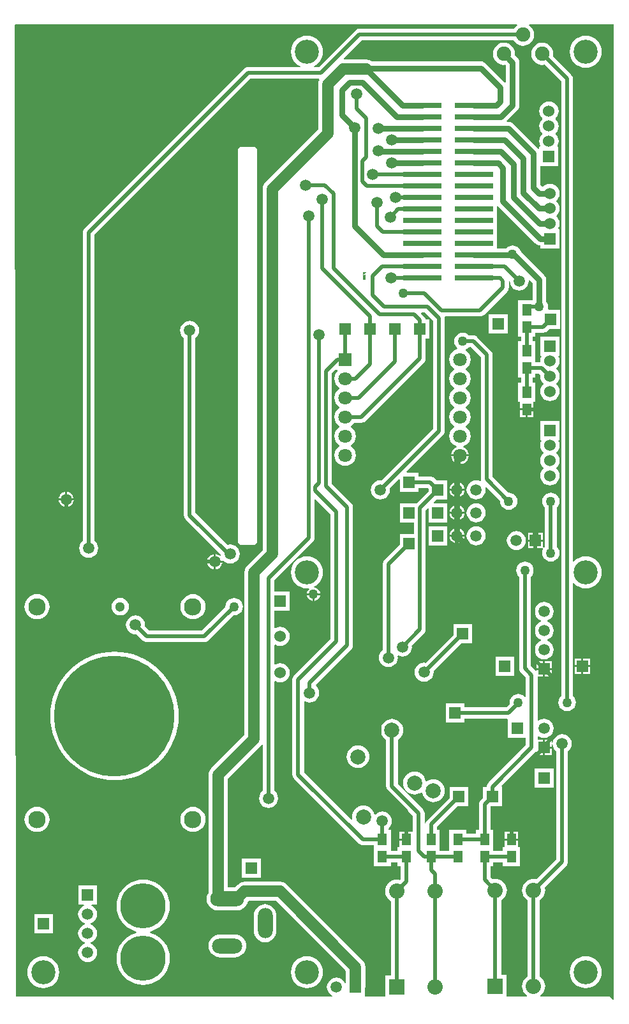
<source format=gtl>
%FSLAX25Y25*%
%MOIN*%
G70*
G01*
G75*
G04 Layer_Physical_Order=1*
G04 Layer_Color=255*
%ADD10R,0.05000X0.06000*%
%ADD11R,0.20000X0.03000*%
%ADD12C,0.06000*%
%ADD13C,0.02000*%
%ADD14C,0.03000*%
%ADD15C,0.06000*%
%ADD16C,0.07500*%
%ADD17R,0.05906X0.05906*%
%ADD18C,0.05906*%
%ADD19R,0.05906X0.05906*%
%ADD20C,0.08000*%
%ADD21R,0.08000X0.08000*%
%ADD22O,0.17716X0.07874*%
%ADD23O,0.15748X0.07874*%
%ADD24O,0.07874X0.15748*%
%ADD25C,0.05906*%
%ADD26C,0.12598*%
%ADD27C,0.09055*%
%ADD28C,0.62992*%
%ADD29C,0.05118*%
%ADD30C,0.07087*%
%ADD31R,0.07087X0.07087*%
%ADD32C,0.23622*%
%ADD33C,0.07874*%
%ADD34R,0.06000X0.06000*%
%ADD35C,0.05000*%
G36*
X185000Y377000D02*
X183000D01*
Y381000D01*
X185000D01*
Y377000D01*
D02*
G37*
G36*
X165974Y254747D02*
Y189753D01*
X146860Y170640D01*
X146379Y170013D01*
X146291Y169799D01*
X146077Y169283D01*
X145974Y168500D01*
Y118900D01*
X146077Y118117D01*
X146291Y117601D01*
X146379Y117387D01*
X146860Y116760D01*
X180760Y82860D01*
X181387Y82380D01*
X181601Y82291D01*
X182117Y82077D01*
X182900Y81974D01*
X188500D01*
Y80000D01*
Y71000D01*
X197500D01*
Y72974D01*
X201000D01*
Y71000D01*
X202474D01*
Y64253D01*
X202027Y63807D01*
X201676Y63913D01*
X200500Y64029D01*
X199324Y63913D01*
X198193Y63570D01*
X197151Y63013D01*
X196237Y62263D01*
X195487Y61349D01*
X194930Y60307D01*
X194587Y59176D01*
X194471Y58000D01*
X194587Y56824D01*
X194930Y55693D01*
X195487Y54650D01*
X196237Y53737D01*
X197151Y52987D01*
X197474Y52814D01*
Y14000D01*
X194500D01*
Y3000D01*
X184433D01*
X183953Y3047D01*
Y7313D01*
X184043Y8000D01*
Y18500D01*
X184043Y18500D01*
X183871Y19805D01*
X183368Y21022D01*
X182566Y22066D01*
X143066Y61566D01*
X142022Y62367D01*
X140805Y62871D01*
X139500Y63043D01*
X120984D01*
X119679Y62871D01*
X118463Y62367D01*
X117418Y61566D01*
X115755Y59903D01*
X112122D01*
Y116490D01*
X129566Y133934D01*
X129974Y134466D01*
X130474Y134296D01*
Y110421D01*
X129968Y110032D01*
X129174Y108998D01*
X128675Y107793D01*
X128505Y106500D01*
X128675Y105207D01*
X129174Y104002D01*
X129968Y102968D01*
X131002Y102174D01*
X132207Y101675D01*
X133500Y101505D01*
X134793Y101675D01*
X135998Y102174D01*
X137032Y102968D01*
X137826Y104002D01*
X138325Y105207D01*
X138496Y106500D01*
X138325Y107793D01*
X137826Y108998D01*
X137032Y110032D01*
X136526Y110421D01*
Y167414D01*
X136658Y167480D01*
X137026Y167613D01*
X138195Y167129D01*
X139500Y166957D01*
X140805Y167129D01*
X142022Y167632D01*
X143066Y168434D01*
X143868Y169478D01*
X144371Y170695D01*
X144543Y172000D01*
X144371Y173305D01*
X143868Y174522D01*
X143066Y175566D01*
X142022Y176367D01*
X140805Y176871D01*
X139500Y177043D01*
X138195Y176871D01*
X137026Y176387D01*
X136658Y176521D01*
X136526Y176585D01*
Y186415D01*
X136658Y186479D01*
X137026Y186613D01*
X138195Y186129D01*
X139500Y185957D01*
X140805Y186129D01*
X142022Y186633D01*
X143066Y187434D01*
X143868Y188478D01*
X144371Y189695D01*
X144543Y191000D01*
X144371Y192305D01*
X143868Y193522D01*
X143066Y194566D01*
X142022Y195368D01*
X140805Y195871D01*
X139500Y196043D01*
X138195Y195871D01*
X137026Y195387D01*
X136658Y195520D01*
X136526Y195586D01*
Y204547D01*
X144453D01*
Y214453D01*
X136526D01*
Y220247D01*
X156640Y240360D01*
X156640Y240360D01*
X156912Y240715D01*
X157121Y240987D01*
X157246Y241289D01*
X157423Y241717D01*
X157526Y242500D01*
Y262542D01*
X157988Y262733D01*
X165974Y254747D01*
D02*
G37*
G36*
X314000Y1653D02*
X313538Y1462D01*
X312000Y3000D01*
X275546D01*
X275363Y3457D01*
X275365Y3500D01*
X276263Y4237D01*
X277013Y5150D01*
X277570Y6193D01*
X277913Y7324D01*
X278029Y8500D01*
X277913Y9676D01*
X277570Y10807D01*
X277013Y11850D01*
X276263Y12763D01*
X275349Y13513D01*
X275026Y13686D01*
Y53314D01*
X275349Y53487D01*
X276263Y54237D01*
X277013Y55151D01*
X277570Y56193D01*
X277913Y57324D01*
X278029Y58500D01*
X277913Y59676D01*
X277807Y60027D01*
X289040Y71260D01*
X289521Y71887D01*
X289609Y72101D01*
X289823Y72617D01*
X289926Y73400D01*
Y131079D01*
X290432Y131468D01*
X291226Y132502D01*
X291725Y133707D01*
X291896Y135000D01*
X291725Y136293D01*
X291226Y137498D01*
X290432Y138532D01*
X289398Y139326D01*
X288193Y139825D01*
X286900Y139996D01*
X285607Y139825D01*
X284402Y139326D01*
X283368Y138532D01*
X282574Y137498D01*
X282075Y136293D01*
X281953Y135366D01*
X281453Y135399D01*
Y136953D01*
X278000D01*
Y133500D01*
X281453D01*
Y134601D01*
X281953Y134634D01*
X282075Y133707D01*
X282574Y132502D01*
X283368Y131468D01*
X283874Y131079D01*
Y74653D01*
X273527Y64307D01*
X273176Y64413D01*
X272000Y64529D01*
X270824Y64413D01*
X269693Y64070D01*
X268651Y63513D01*
X267737Y62763D01*
X266987Y61849D01*
X266430Y60807D01*
X266087Y59676D01*
X265971Y58500D01*
X266087Y57324D01*
X266430Y56193D01*
X266987Y55151D01*
X267737Y54237D01*
X268651Y53487D01*
X268974Y53314D01*
Y13686D01*
X268651Y13513D01*
X267737Y12763D01*
X266987Y11850D01*
X266430Y10807D01*
X266087Y9676D01*
X265971Y8500D01*
X266087Y7324D01*
X266430Y6193D01*
X266987Y5150D01*
X267737Y4237D01*
X268635Y3500D01*
X268637Y3457D01*
X268454Y3000D01*
X258000D01*
Y14500D01*
X255026D01*
Y53314D01*
X255349Y53487D01*
X256263Y54237D01*
X257013Y55151D01*
X257570Y56193D01*
X257913Y57324D01*
X258029Y58500D01*
X257913Y59676D01*
X257570Y60807D01*
X257013Y61849D01*
X256263Y62763D01*
X255349Y63513D01*
X254307Y64070D01*
X253176Y64413D01*
X252000Y64529D01*
X250824Y64413D01*
X250473Y64307D01*
X249526Y65253D01*
Y71000D01*
X251000D01*
Y72974D01*
X256000D01*
Y71000D01*
X265000D01*
Y81000D01*
X264000D01*
Y84500D01*
X257000D01*
Y81000D01*
X256000D01*
Y79026D01*
X251000D01*
Y80000D01*
Y90000D01*
X249526D01*
Y102247D01*
X249827Y102547D01*
X255453D01*
Y112453D01*
X255385D01*
X255194Y112915D01*
X273047Y130768D01*
X273547Y130637D01*
Y129047D01*
X277000D01*
Y133000D01*
Y136953D01*
X274026D01*
Y138858D01*
X274474Y139079D01*
X275002Y138674D01*
X276207Y138175D01*
X277500Y138005D01*
X278793Y138175D01*
X279998Y138674D01*
X281032Y139468D01*
X281826Y140502D01*
X282325Y141707D01*
X282495Y143000D01*
X282325Y144293D01*
X281826Y145498D01*
X281032Y146532D01*
X279998Y147326D01*
X278793Y147825D01*
X277500Y147995D01*
X276207Y147825D01*
X275002Y147326D01*
X274474Y146921D01*
X274026Y147142D01*
Y170047D01*
X277000D01*
Y173500D01*
X273547D01*
Y173163D01*
X273047Y173032D01*
X270526Y175553D01*
Y222150D01*
X270709Y222291D01*
X271431Y223231D01*
X271884Y224325D01*
X272039Y225500D01*
X271884Y226675D01*
X271431Y227769D01*
X270709Y228709D01*
X269769Y229431D01*
X268675Y229884D01*
X267500Y230039D01*
X266325Y229884D01*
X265231Y229431D01*
X264291Y228709D01*
X263569Y227769D01*
X263116Y226675D01*
X262961Y225500D01*
X263116Y224325D01*
X263569Y223231D01*
X264291Y222291D01*
X264474Y222150D01*
Y174300D01*
X264577Y173517D01*
X264791Y173001D01*
X264879Y172787D01*
X265360Y172160D01*
X267974Y169547D01*
Y159534D01*
X267474Y159364D01*
X267209Y159709D01*
X266269Y160431D01*
X265175Y160884D01*
X264000Y161039D01*
X262825Y160884D01*
X261731Y160431D01*
X260791Y159709D01*
X260069Y158769D01*
X259616Y157675D01*
X259461Y156500D01*
X259549Y155829D01*
X257747Y154026D01*
X235953D01*
Y155953D01*
X226047D01*
Y146047D01*
X235953D01*
Y147974D01*
X258056D01*
X258079Y147973D01*
X258547Y147834D01*
X258547D01*
X258547D01*
Y138047D01*
X267974D01*
Y134253D01*
X248360Y114640D01*
X247880Y114013D01*
X247791Y113799D01*
X247577Y113283D01*
X247474Y112500D01*
Y112453D01*
X245547D01*
Y106826D01*
X244360Y105640D01*
X243880Y105013D01*
X243791Y104799D01*
X243577Y104283D01*
X243474Y103500D01*
Y90000D01*
X242000D01*
Y88026D01*
X237000D01*
Y90000D01*
X228000D01*
Y80000D01*
Y79026D01*
X223000D01*
Y80000D01*
Y90000D01*
X221526D01*
Y91747D01*
X232327Y102547D01*
X237953D01*
Y112453D01*
X228047D01*
Y106826D01*
X216360Y95140D01*
X215880Y94513D01*
X215791Y94299D01*
X215577Y93783D01*
X215526Y93393D01*
X215026Y93426D01*
Y98700D01*
X214923Y99483D01*
X214620Y100213D01*
X214140Y100840D01*
X201026Y113953D01*
Y136885D01*
X201314Y137040D01*
X202218Y137782D01*
X202960Y138686D01*
X203512Y139717D01*
X203851Y140836D01*
X203966Y142000D01*
X203851Y143164D01*
X203512Y144283D01*
X202960Y145314D01*
X202218Y146218D01*
X201314Y146960D01*
X200283Y147512D01*
X199164Y147851D01*
X198000Y147966D01*
X196836Y147851D01*
X195717Y147512D01*
X194686Y146960D01*
X193782Y146218D01*
X193040Y145314D01*
X192488Y144283D01*
X192149Y143164D01*
X192034Y142000D01*
X192149Y140836D01*
X192488Y139717D01*
X193040Y138686D01*
X193782Y137782D01*
X194686Y137040D01*
X194974Y136885D01*
Y112700D01*
X195077Y111917D01*
X195291Y111401D01*
X195379Y111187D01*
X195860Y110560D01*
X208974Y97447D01*
Y89000D01*
X206000D01*
Y85000D01*
X205500D01*
Y84500D01*
X202000D01*
Y81000D01*
X201000D01*
Y79026D01*
X197500D01*
Y80000D01*
Y90000D01*
X196026D01*
Y90679D01*
X196532Y91068D01*
X197326Y92102D01*
X197825Y93307D01*
X197995Y94600D01*
X197825Y95893D01*
X197326Y97098D01*
X196532Y98132D01*
X195498Y98926D01*
X194293Y99425D01*
X193000Y99595D01*
X191707Y99425D01*
X190502Y98926D01*
X189468Y98132D01*
X189366Y97999D01*
X188822Y98113D01*
X188551Y99007D01*
X188000Y100039D01*
X187258Y100943D01*
X186354Y101685D01*
X185322Y102236D01*
X184203Y102576D01*
X183039Y102690D01*
X181876Y102576D01*
X180756Y102236D01*
X179725Y101685D01*
X178821Y100943D01*
X178079Y100039D01*
X177528Y99007D01*
X177188Y97888D01*
X177074Y96724D01*
X177173Y95713D01*
X176717Y95462D01*
X152026Y120153D01*
Y156974D01*
X152474Y157195D01*
X152502Y157174D01*
X153707Y156675D01*
X155000Y156504D01*
X156293Y156675D01*
X157498Y157174D01*
X158532Y157968D01*
X159326Y159002D01*
X159825Y160207D01*
X159995Y161500D01*
X159825Y162793D01*
X159326Y163998D01*
X158532Y165032D01*
X158343Y165178D01*
X158304Y165825D01*
X176640Y184160D01*
X176640Y184160D01*
X176912Y184515D01*
X177120Y184787D01*
X177246Y185089D01*
X177423Y185517D01*
X177526Y186300D01*
Y258500D01*
X177423Y259283D01*
X177120Y260013D01*
X176640Y260640D01*
X166526Y270753D01*
Y328247D01*
X168236Y329957D01*
X169424D01*
X169585Y329483D01*
X169546Y329453D01*
X168658Y328296D01*
X168099Y326947D01*
X167909Y325500D01*
X168099Y324053D01*
X168658Y322704D01*
X169546Y321547D01*
X170514Y320804D01*
X170548Y320722D01*
Y320278D01*
X170514Y320196D01*
X169546Y319454D01*
X168658Y318296D01*
X168099Y316947D01*
X167909Y315500D01*
X168099Y314053D01*
X168658Y312704D01*
X169546Y311546D01*
X170514Y310804D01*
X170548Y310722D01*
Y310278D01*
X170514Y310196D01*
X169546Y309454D01*
X168658Y308296D01*
X168099Y306947D01*
X167909Y305500D01*
X168099Y304053D01*
X168658Y302704D01*
X169546Y301547D01*
X170514Y300804D01*
X170548Y300722D01*
Y300278D01*
X170514Y300196D01*
X169546Y299453D01*
X168658Y298296D01*
X168099Y296947D01*
X167909Y295500D01*
X168099Y294053D01*
X168658Y292704D01*
X169546Y291547D01*
X170514Y290804D01*
X170548Y290722D01*
Y290278D01*
X170514Y290196D01*
X169546Y289454D01*
X168658Y288296D01*
X168099Y286947D01*
X167909Y285500D01*
X168099Y284053D01*
X168658Y282704D01*
X169546Y281546D01*
X170704Y280658D01*
X172053Y280099D01*
X173500Y279909D01*
X174947Y280099D01*
X176296Y280658D01*
X177453Y281546D01*
X178342Y282704D01*
X178901Y284053D01*
X179091Y285500D01*
X178901Y286947D01*
X178342Y288296D01*
X177453Y289454D01*
X176486Y290196D01*
X176452Y290278D01*
Y290722D01*
X176486Y290804D01*
X177453Y291547D01*
X178342Y292704D01*
X178901Y294053D01*
X179091Y295500D01*
X178901Y296947D01*
X178342Y298296D01*
X177453Y299453D01*
X176486Y300196D01*
X176452Y300278D01*
Y300722D01*
X176486Y300804D01*
X177453Y301547D01*
X178165Y302474D01*
X182000D01*
X182783Y302577D01*
X183299Y302791D01*
X183513Y302880D01*
X184140Y303360D01*
X214640Y333860D01*
X214640Y333860D01*
X214912Y334215D01*
X215121Y334487D01*
X215423Y335217D01*
X215526Y336000D01*
Y346547D01*
X217453D01*
Y356453D01*
X215466D01*
X215423Y356783D01*
X215209Y357299D01*
X215121Y357513D01*
X214640Y358140D01*
X213267Y359512D01*
X213458Y359974D01*
X215247D01*
X219474Y355747D01*
Y299353D01*
X192533Y272412D01*
X191900Y272496D01*
X190607Y272325D01*
X189402Y271826D01*
X188368Y271032D01*
X187574Y269998D01*
X187075Y268793D01*
X186905Y267500D01*
X187075Y266207D01*
X187574Y265002D01*
X188368Y263968D01*
X189402Y263174D01*
X190607Y262675D01*
X191900Y262505D01*
X193193Y262675D01*
X194398Y263174D01*
X195432Y263968D01*
X196226Y265002D01*
X196725Y266207D01*
X196896Y267500D01*
X196812Y268133D01*
X201585Y272906D01*
X202047Y272715D01*
Y266547D01*
X211953D01*
Y268474D01*
X216747D01*
X217047Y268174D01*
Y266827D01*
X210673Y260453D01*
X202047D01*
Y250547D01*
X209474D01*
Y244453D01*
X202047D01*
Y238826D01*
X193960Y230740D01*
X193480Y230113D01*
X193391Y229899D01*
X193177Y229383D01*
X193074Y228600D01*
Y183821D01*
X192568Y183432D01*
X191774Y182398D01*
X191275Y181193D01*
X191104Y179900D01*
X191275Y178607D01*
X191774Y177402D01*
X192568Y176368D01*
X193602Y175574D01*
X194807Y175075D01*
X196100Y174905D01*
X197393Y175075D01*
X198598Y175574D01*
X199632Y176368D01*
X200426Y177402D01*
X200925Y178607D01*
X201096Y179900D01*
X200994Y180667D01*
X201391Y180971D01*
X202107Y180675D01*
X203400Y180505D01*
X204693Y180675D01*
X205898Y181174D01*
X206932Y181968D01*
X207726Y183002D01*
X208225Y184207D01*
X208396Y185500D01*
X208312Y186133D01*
X214640Y192460D01*
X214640Y192460D01*
X214912Y192815D01*
X215121Y193087D01*
X215246Y193389D01*
X215423Y193817D01*
X215526Y194600D01*
Y256747D01*
X216585Y257806D01*
X217047Y257615D01*
Y250547D01*
X226953D01*
Y260453D01*
X219885D01*
X219694Y260915D01*
X221326Y262547D01*
X226953D01*
Y272453D01*
X221326D01*
X220140Y273640D01*
X219513Y274120D01*
X219299Y274209D01*
X218783Y274423D01*
X218000Y274526D01*
X211953D01*
Y276453D01*
X205785D01*
X205594Y276915D01*
X224640Y295960D01*
X224640Y295960D01*
X224848Y296233D01*
X225120Y296587D01*
X225423Y297317D01*
X225526Y298100D01*
X225526Y298100D01*
Y357000D01*
X225464Y357474D01*
X225846Y357974D01*
X244000D01*
X244783Y358077D01*
X245299Y358291D01*
X245513Y358380D01*
X246140Y358860D01*
X258140Y370860D01*
X258621Y371487D01*
X258746Y371789D01*
X258923Y372217D01*
X259026Y373000D01*
Y376305D01*
X259526Y376338D01*
X259675Y375207D01*
X260174Y374002D01*
X260968Y372968D01*
X262002Y372174D01*
X263207Y371675D01*
X264500Y371504D01*
X265793Y371675D01*
X266998Y372174D01*
X268032Y372968D01*
X268826Y374002D01*
X269325Y375207D01*
X269496Y376500D01*
X269444Y376894D01*
X269892Y377116D01*
X271470Y375538D01*
Y366500D01*
X264000D01*
Y356500D01*
Y347500D01*
X265474D01*
Y345000D01*
X264000D01*
Y335000D01*
Y326000D01*
X265474D01*
Y323500D01*
X264000D01*
Y313500D01*
X265000D01*
Y310000D01*
X272000D01*
Y313500D01*
X273000D01*
Y323500D01*
X271526D01*
Y326000D01*
X273000D01*
Y327974D01*
X274999D01*
X275546Y327427D01*
X275457Y326752D01*
X275629Y325447D01*
X276132Y324230D01*
X276934Y323186D01*
X277092Y323065D01*
Y322565D01*
X276934Y322444D01*
X276132Y321400D01*
X275629Y320183D01*
X275457Y318878D01*
X275629Y317573D01*
X276132Y316356D01*
X276934Y315312D01*
X277978Y314510D01*
X279195Y314007D01*
X280500Y313835D01*
X281805Y314007D01*
X283022Y314510D01*
X284066Y315312D01*
X284868Y316356D01*
X285371Y317573D01*
X285543Y318878D01*
X285371Y320183D01*
X284868Y321400D01*
X284066Y322444D01*
X283908Y322565D01*
Y323065D01*
X284066Y323186D01*
X284868Y324230D01*
X285371Y325447D01*
X285543Y326752D01*
X285371Y328057D01*
X284868Y329274D01*
X284066Y330318D01*
X283908Y330439D01*
Y330939D01*
X284066Y331060D01*
X284868Y332104D01*
X285371Y333321D01*
X285543Y334626D01*
X285371Y335931D01*
X284929Y337000D01*
X285168Y337500D01*
X285500D01*
Y347500D01*
X275500D01*
Y337500D01*
X275832D01*
X276071Y337000D01*
X275629Y335931D01*
X275457Y334626D01*
X275486Y334402D01*
X275157Y334026D01*
X273000D01*
Y335000D01*
Y345000D01*
X271526D01*
Y347500D01*
X273000D01*
Y349474D01*
X277000D01*
X277783Y349577D01*
X278299Y349791D01*
X278513Y349880D01*
X279140Y350360D01*
X280327Y351547D01*
X285953D01*
Y361453D01*
X279702D01*
X279401Y361953D01*
X279539Y363000D01*
X279384Y364175D01*
X278931Y365269D01*
X278530Y365791D01*
Y377000D01*
X278410Y377914D01*
X278057Y378765D01*
X277496Y379496D01*
X265394Y391598D01*
X265384Y391675D01*
X264931Y392769D01*
X264209Y393709D01*
X263269Y394431D01*
X262175Y394884D01*
X261000Y395039D01*
X259825Y394884D01*
X258731Y394431D01*
X257791Y393709D01*
X257653Y393530D01*
X253000D01*
Y398500D01*
Y404500D01*
Y410500D01*
Y415382D01*
X253473Y415543D01*
X253504Y415504D01*
X273004Y396004D01*
X273735Y395443D01*
X274586Y395090D01*
X275500Y394970D01*
Y393500D01*
X285500D01*
Y403500D01*
X285168D01*
X284929Y404000D01*
X285371Y405069D01*
X285543Y406374D01*
X285371Y407679D01*
X284868Y408896D01*
X284066Y409940D01*
X283908Y410061D01*
Y410561D01*
X284066Y410682D01*
X284868Y411726D01*
X285371Y412943D01*
X285543Y414248D01*
X285371Y415553D01*
X284868Y416770D01*
X284066Y417814D01*
X283908Y417935D01*
Y418435D01*
X284066Y418556D01*
X284868Y419600D01*
X285371Y420817D01*
X285543Y422122D01*
X285371Y423427D01*
X284868Y424644D01*
X284066Y425688D01*
X283022Y426489D01*
X281805Y426993D01*
X280500Y427165D01*
X279195Y426993D01*
X277978Y426489D01*
X276934Y425688D01*
X276906Y425652D01*
X276340D01*
X275530Y426462D01*
Y436500D01*
X285000D01*
Y446500D01*
X284668D01*
X284429Y447000D01*
X284871Y448069D01*
X285043Y449374D01*
X284871Y450679D01*
X284367Y451896D01*
X283566Y452940D01*
X283408Y453061D01*
Y453561D01*
X283566Y453682D01*
X284367Y454726D01*
X284871Y455943D01*
X285043Y457248D01*
X284871Y458553D01*
X284367Y459770D01*
X283566Y460814D01*
X283408Y460935D01*
Y461435D01*
X283566Y461556D01*
X284367Y462600D01*
X284871Y463817D01*
X285043Y465122D01*
X284871Y466427D01*
X284367Y467644D01*
X283566Y468688D01*
X282522Y469489D01*
X281305Y469993D01*
X280000Y470165D01*
X278695Y469993D01*
X277478Y469489D01*
X276434Y468688D01*
X275633Y467644D01*
X275129Y466427D01*
X274957Y465122D01*
X275129Y463817D01*
X275633Y462600D01*
X276434Y461556D01*
X276592Y461435D01*
Y460935D01*
X276434Y460814D01*
X275633Y459770D01*
X275129Y458553D01*
X274957Y457248D01*
X275129Y455943D01*
X275633Y454726D01*
X276434Y453682D01*
X276592Y453561D01*
Y453061D01*
X276434Y452940D01*
X275633Y451896D01*
X275129Y450679D01*
X274957Y449374D01*
X275129Y448069D01*
X275571Y447000D01*
X275332Y446500D01*
X275000D01*
Y445617D01*
X274527Y445457D01*
X274496Y445496D01*
X261496Y458496D01*
X260765Y459057D01*
X259914Y459410D01*
X259000Y459530D01*
X258176D01*
X257985Y459992D01*
X263496Y465504D01*
X264057Y466235D01*
X264410Y467086D01*
X264530Y468000D01*
Y490500D01*
X264410Y491414D01*
X264057Y492265D01*
X263496Y492996D01*
X262206Y494287D01*
X262300Y495000D01*
X262102Y496501D01*
X261523Y497900D01*
X260601Y499101D01*
X259400Y500023D01*
X258001Y500602D01*
X256500Y500800D01*
X254999Y500602D01*
X253600Y500023D01*
X252399Y499101D01*
X251477Y497900D01*
X250898Y496501D01*
X250700Y495000D01*
X250898Y493499D01*
X251477Y492100D01*
X252399Y490899D01*
X253600Y489977D01*
X254999Y489398D01*
X256500Y489200D01*
X257068Y489275D01*
X257470Y488909D01*
Y480157D01*
X257104Y480033D01*
X256970Y480023D01*
X246996Y489996D01*
X246265Y490557D01*
X245414Y490910D01*
X244500Y491030D01*
X187461D01*
X187022Y491367D01*
X185805Y491871D01*
X184500Y492043D01*
X173029D01*
X172822Y492543D01*
X182253Y501974D01*
X261574D01*
X262399Y500899D01*
X263600Y499977D01*
X264999Y499398D01*
X266500Y499200D01*
X268001Y499398D01*
X269400Y499977D01*
X270601Y500899D01*
X271523Y502100D01*
X272102Y503499D01*
X272300Y505000D01*
X272102Y506501D01*
X271523Y507900D01*
X270601Y509101D01*
X269429Y510000D01*
X269428Y510028D01*
X269760Y510500D01*
X314000D01*
Y1653D01*
D02*
G37*
G36*
X263572Y510028D02*
X263571Y510000D01*
X262399Y509101D01*
X261574Y508026D01*
X181000D01*
X180217Y507923D01*
X179487Y507620D01*
X178860Y507140D01*
X159747Y488026D01*
X157173D01*
X157048Y488526D01*
X158177Y489129D01*
X159440Y490166D01*
X160477Y491430D01*
X161248Y492872D01*
X161723Y494436D01*
X161883Y496063D01*
X161723Y497690D01*
X161248Y499254D01*
X160477Y500696D01*
X159440Y501960D01*
X158177Y502997D01*
X156735Y503768D01*
X155170Y504242D01*
X153543Y504402D01*
X151917Y504242D01*
X150352Y503768D01*
X148910Y502997D01*
X147647Y501960D01*
X146609Y500696D01*
X145839Y499254D01*
X145364Y497690D01*
X145204Y496063D01*
X145364Y494436D01*
X145839Y492872D01*
X146609Y491430D01*
X147647Y490166D01*
X148910Y489129D01*
X150039Y488526D01*
X149914Y488026D01*
X122700D01*
X121917Y487923D01*
X121552Y487772D01*
X121187Y487620D01*
X120560Y487140D01*
X37360Y403940D01*
X36880Y403313D01*
X36791Y403099D01*
X36577Y402583D01*
X36474Y401800D01*
Y240921D01*
X35968Y240532D01*
X35174Y239498D01*
X34675Y238293D01*
X34505Y237000D01*
X34675Y235707D01*
X35174Y234502D01*
X35968Y233468D01*
X37002Y232674D01*
X38207Y232175D01*
X39500Y232004D01*
X40793Y232175D01*
X41998Y232674D01*
X43032Y233468D01*
X43826Y234502D01*
X44325Y235707D01*
X44495Y237000D01*
X44325Y238293D01*
X43826Y239498D01*
X43032Y240532D01*
X42526Y240921D01*
Y400547D01*
X123953Y481974D01*
X159915D01*
X159979Y481842D01*
X160113Y481474D01*
X159629Y480305D01*
X159457Y479000D01*
Y455589D01*
X131934Y428066D01*
X131132Y427022D01*
X130629Y425805D01*
X130457Y424500D01*
Y236089D01*
X122434Y228066D01*
X121633Y227022D01*
X121129Y225805D01*
X120957Y224500D01*
Y139589D01*
X103513Y122145D01*
X102711Y121100D01*
X102208Y119884D01*
X102036Y118579D01*
Y57097D01*
X101567Y56220D01*
X101228Y55101D01*
X101113Y53937D01*
X101228Y52773D01*
X101567Y51654D01*
X102118Y50623D01*
X102860Y49719D01*
X103764Y48977D01*
X104796Y48425D01*
X105915Y48086D01*
X107079Y47971D01*
X116921D01*
X118085Y48086D01*
X119204Y48425D01*
X120236Y48977D01*
X121140Y49719D01*
X121882Y50623D01*
X122433Y51654D01*
X122721Y52605D01*
X123073Y52957D01*
X137411D01*
X173957Y16411D01*
Y10282D01*
X173457Y10182D01*
X173326Y10498D01*
X172532Y11532D01*
X171498Y12326D01*
X170293Y12825D01*
X169000Y12995D01*
X167707Y12825D01*
X166502Y12326D01*
X165468Y11532D01*
X164674Y10498D01*
X164175Y9293D01*
X164005Y8000D01*
X164175Y6707D01*
X164674Y5502D01*
X165468Y4468D01*
X166502Y3674D01*
X166922Y3500D01*
X166822Y3000D01*
X1500D01*
X1000Y510146D01*
X1354Y510500D01*
X263240D01*
X263572Y510028D01*
D02*
G37*
%LPC*%
G36*
X277000Y177953D02*
X273547D01*
Y174500D01*
X277000D01*
Y177953D01*
D02*
G37*
G36*
X297000Y179453D02*
X293547D01*
Y176000D01*
X297000D01*
Y179453D01*
D02*
G37*
G36*
X281453Y177953D02*
X278000D01*
Y174500D01*
X281453D01*
Y177953D01*
D02*
G37*
G36*
X301453Y175000D02*
X298000D01*
Y171547D01*
X301453D01*
Y175000D01*
D02*
G37*
G36*
X281453Y173500D02*
X278000D01*
Y170047D01*
X281453D01*
Y173500D01*
D02*
G37*
G36*
Y132500D02*
X278000D01*
Y129047D01*
X281453D01*
Y132500D01*
D02*
G37*
G36*
X297000Y175000D02*
X293547D01*
Y171547D01*
X297000D01*
Y175000D01*
D02*
G37*
G36*
X261953Y180453D02*
X252047D01*
Y170547D01*
X261953D01*
Y180453D01*
D02*
G37*
G36*
X301453Y179453D02*
X298000D01*
Y176000D01*
X301453D01*
Y179453D01*
D02*
G37*
G36*
X56000Y211098D02*
X54810Y210942D01*
X53701Y210482D01*
X52749Y209752D01*
X52018Y208799D01*
X51558Y207690D01*
X51402Y206500D01*
X51558Y205310D01*
X52018Y204201D01*
X52749Y203249D01*
X53701Y202518D01*
X54810Y202058D01*
X56000Y201902D01*
X57190Y202058D01*
X58299Y202518D01*
X59251Y203249D01*
X59982Y204201D01*
X60442Y205310D01*
X60598Y206500D01*
X60442Y207690D01*
X59982Y208799D01*
X59251Y209752D01*
X58299Y210482D01*
X57190Y210942D01*
X56000Y211098D01*
D02*
G37*
G36*
X94000Y213059D02*
X92720Y212933D01*
X91490Y212560D01*
X90356Y211954D01*
X89362Y211138D01*
X88546Y210144D01*
X87940Y209010D01*
X87567Y207780D01*
X87441Y206500D01*
X87567Y205220D01*
X87940Y203990D01*
X88546Y202856D01*
X89362Y201862D01*
X90356Y201046D01*
X91490Y200440D01*
X92720Y200067D01*
X94000Y199941D01*
X95280Y200067D01*
X96510Y200440D01*
X97644Y201046D01*
X98638Y201862D01*
X99454Y202856D01*
X100060Y203990D01*
X100433Y205220D01*
X100559Y206500D01*
X100433Y207780D01*
X100060Y209010D01*
X99454Y210144D01*
X98638Y211138D01*
X97644Y211954D01*
X96510Y212560D01*
X95280Y212933D01*
X94000Y213059D01*
D02*
G37*
G36*
X160464Y212500D02*
X157500D01*
Y209536D01*
X157914Y209590D01*
X158765Y209943D01*
X159496Y210504D01*
X160057Y211235D01*
X160410Y212086D01*
X160464Y212500D01*
D02*
G37*
G36*
X156500D02*
X153536D01*
X153590Y212086D01*
X153943Y211235D01*
X154504Y210504D01*
X155235Y209943D01*
X156086Y209590D01*
X156500Y209536D01*
Y212500D01*
D02*
G37*
G36*
X277500Y208996D02*
X276207Y208825D01*
X275002Y208326D01*
X273968Y207532D01*
X273174Y206498D01*
X272675Y205293D01*
X272504Y204000D01*
X272675Y202707D01*
X273174Y201502D01*
X273968Y200468D01*
X275002Y199674D01*
X275976Y199271D01*
Y198729D01*
X275002Y198326D01*
X273968Y197532D01*
X273174Y196498D01*
X272675Y195293D01*
X272504Y194000D01*
X272675Y192707D01*
X273174Y191502D01*
X273968Y190468D01*
X275002Y189674D01*
X275976Y189271D01*
Y188729D01*
X275002Y188326D01*
X273968Y187532D01*
X273174Y186498D01*
X272675Y185293D01*
X272504Y184000D01*
X272675Y182707D01*
X273174Y181502D01*
X273968Y180468D01*
X275002Y179674D01*
X276207Y179175D01*
X277500Y179005D01*
X278793Y179175D01*
X279998Y179674D01*
X281032Y180468D01*
X281826Y181502D01*
X282325Y182707D01*
X282495Y184000D01*
X282325Y185293D01*
X281826Y186498D01*
X281032Y187532D01*
X279998Y188326D01*
X279024Y188729D01*
Y189271D01*
X279998Y189674D01*
X281032Y190468D01*
X281826Y191502D01*
X282325Y192707D01*
X282495Y194000D01*
X282325Y195293D01*
X281826Y196498D01*
X281032Y197532D01*
X279998Y198326D01*
X279024Y198729D01*
Y199271D01*
X279998Y199674D01*
X281032Y200468D01*
X281826Y201502D01*
X282325Y202707D01*
X282495Y204000D01*
X282325Y205293D01*
X281826Y206498D01*
X281032Y207532D01*
X279998Y208326D01*
X278793Y208825D01*
X277500Y208996D01*
D02*
G37*
G36*
X239953Y197453D02*
X230047D01*
Y191826D01*
X215433Y177212D01*
X214800Y177295D01*
X213507Y177125D01*
X212302Y176626D01*
X211268Y175832D01*
X210474Y174798D01*
X209975Y173593D01*
X209805Y172300D01*
X209975Y171007D01*
X210474Y169802D01*
X211268Y168768D01*
X212302Y167974D01*
X213507Y167475D01*
X214800Y167305D01*
X216093Y167475D01*
X217298Y167974D01*
X218332Y168768D01*
X219126Y169802D01*
X219625Y171007D01*
X219795Y172300D01*
X219712Y172933D01*
X234327Y187547D01*
X239953D01*
Y197453D01*
D02*
G37*
G36*
X12500Y213059D02*
X11220Y212933D01*
X9990Y212560D01*
X8856Y211954D01*
X7862Y211138D01*
X7046Y210144D01*
X6440Y209010D01*
X6067Y207780D01*
X5941Y206500D01*
X6067Y205220D01*
X6440Y203990D01*
X7046Y202856D01*
X7862Y201862D01*
X8856Y201046D01*
X9990Y200440D01*
X11220Y200067D01*
X12500Y199941D01*
X13780Y200067D01*
X15010Y200440D01*
X16144Y201046D01*
X17138Y201862D01*
X17954Y202856D01*
X18560Y203990D01*
X18933Y205220D01*
X19059Y206500D01*
X18933Y207780D01*
X18560Y209010D01*
X17954Y210144D01*
X17138Y211138D01*
X16144Y211954D01*
X15010Y212560D01*
X13780Y212933D01*
X12500Y213059D01*
D02*
G37*
G36*
X115500Y211039D02*
X114325Y210884D01*
X113231Y210431D01*
X112291Y209709D01*
X111569Y208769D01*
X111116Y207675D01*
X110961Y206500D01*
X110991Y206271D01*
X98747Y194026D01*
X71253D01*
X68912Y196367D01*
X68995Y197000D01*
X68825Y198293D01*
X68326Y199498D01*
X67532Y200532D01*
X66498Y201326D01*
X65293Y201825D01*
X64000Y201995D01*
X62707Y201825D01*
X61502Y201326D01*
X60468Y200532D01*
X59674Y199498D01*
X59175Y198293D01*
X59004Y197000D01*
X59175Y195707D01*
X59674Y194502D01*
X60468Y193468D01*
X61502Y192674D01*
X62707Y192175D01*
X64000Y192005D01*
X64633Y192088D01*
X67860Y188860D01*
X68487Y188380D01*
X68701Y188291D01*
X69217Y188077D01*
X70000Y187974D01*
X100000D01*
X100783Y188077D01*
X101299Y188291D01*
X101513Y188380D01*
X102140Y188860D01*
X115271Y201991D01*
X115500Y201961D01*
X116675Y202116D01*
X117769Y202569D01*
X118709Y203291D01*
X119431Y204231D01*
X119884Y205325D01*
X120039Y206500D01*
X119884Y207675D01*
X119431Y208769D01*
X118709Y209709D01*
X117769Y210431D01*
X116675Y210884D01*
X115500Y211039D01*
D02*
G37*
G36*
X180283Y134186D02*
X179120Y134072D01*
X178000Y133732D01*
X176969Y133181D01*
X176065Y132439D01*
X175323Y131535D01*
X174772Y130503D01*
X174432Y129384D01*
X174318Y128220D01*
X174432Y127057D01*
X174772Y125937D01*
X175323Y124906D01*
X176065Y124002D01*
X176969Y123260D01*
X178000Y122709D01*
X179120Y122369D01*
X180283Y122255D01*
X181447Y122369D01*
X182566Y122709D01*
X183598Y123260D01*
X184502Y124002D01*
X185244Y124906D01*
X185795Y125937D01*
X186135Y127057D01*
X186249Y128220D01*
X186135Y129384D01*
X185795Y130503D01*
X185244Y131535D01*
X184502Y132439D01*
X183598Y133181D01*
X182566Y133732D01*
X181447Y134072D01*
X180283Y134186D01*
D02*
G37*
G36*
X115937Y35493D02*
X108063D01*
X106899Y35379D01*
X105780Y35039D01*
X104749Y34488D01*
X103845Y33746D01*
X103103Y32842D01*
X102551Y31811D01*
X102212Y30691D01*
X102097Y29528D01*
X102212Y28364D01*
X102551Y27245D01*
X103103Y26213D01*
X103845Y25309D01*
X104749Y24567D01*
X105780Y24016D01*
X106899Y23676D01*
X108063Y23562D01*
X115937D01*
X117101Y23676D01*
X118220Y24016D01*
X119251Y24567D01*
X120155Y25309D01*
X120897Y26213D01*
X121449Y27245D01*
X121788Y28364D01*
X121903Y29528D01*
X121788Y30691D01*
X121449Y31811D01*
X120897Y32842D01*
X120155Y33746D01*
X119251Y34488D01*
X118220Y35039D01*
X117101Y35379D01*
X115937Y35493D01*
D02*
G37*
G36*
X43953Y60953D02*
X34047D01*
Y51047D01*
X36936D01*
X37036Y50547D01*
X36502Y50326D01*
X35468Y49532D01*
X34674Y48498D01*
X34175Y47293D01*
X34005Y46000D01*
X34175Y44707D01*
X34674Y43502D01*
X35468Y42468D01*
X36502Y41674D01*
X37476Y41271D01*
Y40729D01*
X36502Y40326D01*
X35468Y39532D01*
X34674Y38498D01*
X34175Y37293D01*
X34005Y36000D01*
X34175Y34707D01*
X34674Y33502D01*
X35468Y32468D01*
X36502Y31674D01*
X37476Y31271D01*
Y30729D01*
X36502Y30326D01*
X35468Y29532D01*
X34674Y28498D01*
X34175Y27293D01*
X34005Y26000D01*
X34175Y24707D01*
X34674Y23502D01*
X35468Y22468D01*
X36502Y21674D01*
X37707Y21175D01*
X39000Y21004D01*
X40293Y21175D01*
X41498Y21674D01*
X42532Y22468D01*
X43326Y23502D01*
X43825Y24707D01*
X43995Y26000D01*
X43825Y27293D01*
X43326Y28498D01*
X42532Y29532D01*
X41498Y30326D01*
X40524Y30729D01*
Y31271D01*
X41498Y31674D01*
X42532Y32468D01*
X43326Y33502D01*
X43825Y34707D01*
X43995Y36000D01*
X43825Y37293D01*
X43326Y38498D01*
X42532Y39532D01*
X41498Y40326D01*
X40524Y40729D01*
Y41271D01*
X41498Y41674D01*
X42532Y42468D01*
X43326Y43502D01*
X43825Y44707D01*
X43995Y46000D01*
X43825Y47293D01*
X43326Y48498D01*
X42532Y49532D01*
X41498Y50326D01*
X40964Y50547D01*
X41064Y51047D01*
X43953D01*
Y60953D01*
D02*
G37*
G36*
X20953Y45953D02*
X11047D01*
Y36047D01*
X20953D01*
Y45953D01*
D02*
G37*
G36*
X131685Y51241D02*
X130521Y51127D01*
X129402Y50787D01*
X128371Y50236D01*
X127467Y49494D01*
X126725Y48590D01*
X126173Y47559D01*
X125834Y46439D01*
X125719Y45276D01*
Y37402D01*
X125834Y36238D01*
X126173Y35119D01*
X126725Y34087D01*
X127467Y33183D01*
X128371Y32441D01*
X129402Y31890D01*
X130521Y31550D01*
X131685Y31436D01*
X132849Y31550D01*
X133968Y31890D01*
X134999Y32441D01*
X135903Y33183D01*
X136645Y34087D01*
X137197Y35119D01*
X137536Y36238D01*
X137651Y37402D01*
Y45276D01*
X137536Y46439D01*
X137197Y47559D01*
X136645Y48590D01*
X135903Y49494D01*
X134999Y50236D01*
X133968Y50787D01*
X132849Y51127D01*
X131685Y51241D01*
D02*
G37*
G36*
X68000Y64133D02*
X65833Y63963D01*
X63719Y63455D01*
X61711Y62623D01*
X59857Y61488D01*
X58204Y60076D01*
X56792Y58423D01*
X55656Y56569D01*
X54824Y54561D01*
X54317Y52447D01*
X54146Y50280D01*
X54317Y48112D01*
X54824Y45999D01*
X55656Y43990D01*
X56792Y42137D01*
X58204Y40483D01*
X59857Y39072D01*
X61711Y37936D01*
X63719Y37104D01*
X64611Y36890D01*
Y36390D01*
X63719Y36176D01*
X61711Y35344D01*
X59857Y34208D01*
X58204Y32796D01*
X56792Y31143D01*
X55656Y29289D01*
X54824Y27281D01*
X54317Y25167D01*
X54146Y23000D01*
X54317Y20833D01*
X54824Y18719D01*
X55656Y16711D01*
X56792Y14857D01*
X58204Y13204D01*
X59857Y11792D01*
X61711Y10656D01*
X63719Y9824D01*
X65833Y9317D01*
X68000Y9146D01*
X70167Y9317D01*
X72281Y9824D01*
X74290Y10656D01*
X76143Y11792D01*
X77796Y13204D01*
X79208Y14857D01*
X80344Y16711D01*
X81176Y18719D01*
X81683Y20833D01*
X81854Y23000D01*
X81683Y25167D01*
X81176Y27281D01*
X80344Y29289D01*
X79208Y31143D01*
X77796Y32796D01*
X76143Y34208D01*
X74290Y35344D01*
X72281Y36176D01*
X71389Y36390D01*
Y36890D01*
X72281Y37104D01*
X74290Y37936D01*
X76143Y39072D01*
X77796Y40483D01*
X79208Y42137D01*
X80344Y43990D01*
X81176Y45999D01*
X81683Y48112D01*
X81854Y50280D01*
X81683Y52447D01*
X81176Y54561D01*
X80344Y56569D01*
X79208Y58423D01*
X77796Y60076D01*
X76143Y61488D01*
X74290Y62623D01*
X72281Y63455D01*
X70167Y63963D01*
X68000Y64133D01*
D02*
G37*
G36*
X15748Y24087D02*
X14121Y23927D01*
X12557Y23453D01*
X11115Y22682D01*
X9851Y21645D01*
X8814Y20381D01*
X8043Y18939D01*
X7569Y17375D01*
X7409Y15748D01*
X7569Y14121D01*
X8043Y12557D01*
X8814Y11115D01*
X9851Y9851D01*
X11115Y8814D01*
X12557Y8043D01*
X14121Y7569D01*
X15748Y7409D01*
X17375Y7569D01*
X18939Y8043D01*
X20381Y8814D01*
X21645Y9851D01*
X22682Y11115D01*
X23453Y12557D01*
X23927Y14121D01*
X24087Y15748D01*
X23927Y17375D01*
X23453Y18939D01*
X22682Y20381D01*
X21645Y21645D01*
X20381Y22682D01*
X18939Y23453D01*
X17375Y23927D01*
X15748Y24087D01*
D02*
G37*
G36*
X184708Y380929D02*
X184402D01*
X184347Y380834D01*
X184286Y380746D01*
X184214Y380657D01*
X184147Y380579D01*
X184081Y380512D01*
X184030Y380457D01*
X184008Y380440D01*
X183992Y380424D01*
X183986Y380418D01*
X183981Y380413D01*
X183864Y380318D01*
X183747Y380229D01*
X183636Y380152D01*
X183526Y380091D01*
X183431Y380035D01*
X183392Y380013D01*
X183359Y379996D01*
X183331Y379980D01*
X183309Y379974D01*
X183298Y379963D01*
X183292D01*
Y379508D01*
X183376Y379541D01*
X183459Y379580D01*
X183542Y379619D01*
X183620Y379658D01*
X183686Y379691D01*
X183742Y379719D01*
X183775Y379741D01*
X183781Y379747D01*
X183786D01*
X183886Y379807D01*
X183975Y379869D01*
X184053Y379924D01*
X184114Y379974D01*
X184169Y380013D01*
X184203Y380046D01*
X184230Y380068D01*
X184236Y380074D01*
Y377071D01*
X184708D01*
Y380929D01*
D02*
G37*
G36*
X299213Y24087D02*
X297586Y23927D01*
X296021Y23453D01*
X294580Y22682D01*
X293316Y21645D01*
X292279Y20381D01*
X291508Y18939D01*
X291034Y17375D01*
X290873Y15748D01*
X291034Y14121D01*
X291508Y12557D01*
X292279Y11115D01*
X293316Y9851D01*
X294580Y8814D01*
X296021Y8043D01*
X297586Y7569D01*
X299213Y7409D01*
X300839Y7569D01*
X302404Y8043D01*
X303846Y8814D01*
X305109Y9851D01*
X306147Y11115D01*
X306917Y12557D01*
X307392Y14121D01*
X307552Y15748D01*
X307392Y17375D01*
X306917Y18939D01*
X306147Y20381D01*
X305109Y21645D01*
X303846Y22682D01*
X302404Y23453D01*
X300839Y23927D01*
X299213Y24087D01*
D02*
G37*
G36*
X153543D02*
X151917Y23927D01*
X150352Y23453D01*
X148910Y22682D01*
X147647Y21645D01*
X146609Y20381D01*
X145839Y18939D01*
X145364Y17375D01*
X145204Y15748D01*
X145364Y14121D01*
X145839Y12557D01*
X146609Y11115D01*
X147647Y9851D01*
X148910Y8814D01*
X150352Y8043D01*
X151917Y7569D01*
X153543Y7409D01*
X155170Y7569D01*
X156735Y8043D01*
X158177Y8814D01*
X159440Y9851D01*
X160477Y11115D01*
X161248Y12557D01*
X161723Y14121D01*
X161883Y15748D01*
X161723Y17375D01*
X161248Y18939D01*
X160477Y20381D01*
X159440Y21645D01*
X158177Y22682D01*
X156735Y23453D01*
X155170Y23927D01*
X153543Y24087D01*
D02*
G37*
G36*
X209811Y120407D02*
X208647Y120292D01*
X207528Y119953D01*
X206497Y119401D01*
X205593Y118659D01*
X204851Y117755D01*
X204299Y116724D01*
X203960Y115605D01*
X203845Y114441D01*
X203960Y113277D01*
X204299Y112158D01*
X204851Y111127D01*
X205593Y110223D01*
X206497Y109481D01*
X207528Y108929D01*
X208647Y108590D01*
X209811Y108475D01*
X210975Y108590D01*
X212094Y108929D01*
X213125Y109481D01*
X213329Y109648D01*
X213791Y109457D01*
X213803Y109340D01*
X214142Y108221D01*
X214693Y107190D01*
X215435Y106286D01*
X216339Y105544D01*
X217371Y104992D01*
X218490Y104653D01*
X219654Y104538D01*
X220817Y104653D01*
X221937Y104992D01*
X222968Y105544D01*
X223872Y106286D01*
X224614Y107190D01*
X225165Y108221D01*
X225505Y109340D01*
X225619Y110504D01*
X225505Y111668D01*
X225165Y112787D01*
X224614Y113818D01*
X223872Y114722D01*
X222968Y115464D01*
X221937Y116016D01*
X220817Y116355D01*
X219654Y116470D01*
X218490Y116355D01*
X217371Y116016D01*
X216339Y115464D01*
X216136Y115297D01*
X215674Y115489D01*
X215662Y115605D01*
X215323Y116724D01*
X214771Y117755D01*
X214029Y118659D01*
X213125Y119401D01*
X212094Y119953D01*
X210975Y120292D01*
X209811Y120407D01*
D02*
G37*
G36*
X94000Y102035D02*
X92720Y101909D01*
X91490Y101536D01*
X90356Y100930D01*
X89362Y100114D01*
X88546Y99120D01*
X87940Y97987D01*
X87567Y96756D01*
X87441Y95476D01*
X87567Y94197D01*
X87940Y92966D01*
X88546Y91832D01*
X89362Y90838D01*
X90356Y90023D01*
X91490Y89416D01*
X92720Y89043D01*
X94000Y88917D01*
X95280Y89043D01*
X96510Y89416D01*
X97644Y90023D01*
X98638Y90838D01*
X99454Y91832D01*
X100060Y92966D01*
X100433Y94197D01*
X100559Y95476D01*
X100433Y96756D01*
X100060Y97987D01*
X99454Y99120D01*
X98638Y100114D01*
X97644Y100930D01*
X96510Y101536D01*
X95280Y101909D01*
X94000Y102035D01*
D02*
G37*
G36*
X53000Y183036D02*
X49713Y182875D01*
X46457Y182392D01*
X43265Y181592D01*
X40166Y180484D01*
X37191Y179077D01*
X34368Y177384D01*
X31725Y175424D01*
X29286Y173214D01*
X27076Y170775D01*
X25115Y168132D01*
X23424Y165309D01*
X22016Y162334D01*
X20908Y159235D01*
X20108Y156043D01*
X19625Y152787D01*
X19464Y149500D01*
X19625Y146213D01*
X20108Y142957D01*
X20908Y139765D01*
X22016Y136666D01*
X23424Y133691D01*
X25115Y130868D01*
X27076Y128225D01*
X29286Y125786D01*
X31725Y123576D01*
X34368Y121616D01*
X37191Y119923D01*
X40166Y118516D01*
X43265Y117408D01*
X46457Y116608D01*
X49713Y116125D01*
X53000Y115963D01*
X56287Y116125D01*
X59543Y116608D01*
X62735Y117408D01*
X65834Y118516D01*
X68809Y119923D01*
X71632Y121616D01*
X74275Y123576D01*
X76714Y125786D01*
X78924Y128225D01*
X80885Y130868D01*
X82577Y133691D01*
X83984Y136666D01*
X85092Y139765D01*
X85892Y142957D01*
X86375Y146213D01*
X86537Y149500D01*
X86375Y152787D01*
X85892Y156043D01*
X85092Y159235D01*
X83984Y162334D01*
X82577Y165309D01*
X80885Y168132D01*
X78924Y170775D01*
X76714Y173214D01*
X74275Y175424D01*
X71632Y177384D01*
X68809Y179077D01*
X65834Y180484D01*
X62735Y181592D01*
X59543Y182392D01*
X56287Y182875D01*
X53000Y183036D01*
D02*
G37*
G36*
X282453Y121953D02*
X272547D01*
Y112047D01*
X282453D01*
Y121953D01*
D02*
G37*
G36*
X12500Y102035D02*
X11220Y101909D01*
X9990Y101536D01*
X8856Y100930D01*
X7862Y100114D01*
X7046Y99120D01*
X6440Y97987D01*
X6067Y96756D01*
X5941Y95476D01*
X6067Y94197D01*
X6440Y92966D01*
X7046Y91832D01*
X7862Y90838D01*
X8856Y90023D01*
X9990Y89416D01*
X11220Y89043D01*
X12500Y88917D01*
X13780Y89043D01*
X15010Y89416D01*
X16144Y90023D01*
X17138Y90838D01*
X17954Y91832D01*
X18560Y92966D01*
X18933Y94197D01*
X19059Y95476D01*
X18933Y96756D01*
X18560Y97987D01*
X17954Y99120D01*
X17138Y100114D01*
X16144Y100930D01*
X15010Y101536D01*
X13780Y101909D01*
X12500Y102035D01*
D02*
G37*
G36*
X205000Y89000D02*
X202000D01*
Y85500D01*
X205000D01*
Y89000D01*
D02*
G37*
G36*
X129453Y74953D02*
X119547D01*
Y65047D01*
X129453D01*
Y74953D01*
D02*
G37*
G36*
X264000Y89000D02*
X261000D01*
Y85500D01*
X264000D01*
Y89000D01*
D02*
G37*
G36*
X260000D02*
X257000D01*
Y85500D01*
X260000D01*
Y89000D01*
D02*
G37*
G36*
X153543Y232749D02*
X151917Y232589D01*
X150352Y232114D01*
X148910Y231343D01*
X147647Y230306D01*
X146609Y229043D01*
X145839Y227601D01*
X145364Y226036D01*
X145204Y224409D01*
X145364Y222782D01*
X145839Y221218D01*
X146609Y219776D01*
X147647Y218513D01*
X148910Y217476D01*
X150352Y216705D01*
X151917Y216230D01*
X153543Y216070D01*
X154561Y216170D01*
X154752Y215687D01*
X154504Y215496D01*
X153943Y214765D01*
X153590Y213914D01*
X153536Y213500D01*
X160464D01*
X160410Y213914D01*
X160057Y214765D01*
X159496Y215496D01*
X158765Y216057D01*
X157914Y216410D01*
X157376Y216481D01*
X157282Y216997D01*
X158177Y217476D01*
X159440Y218513D01*
X160477Y219776D01*
X161248Y221218D01*
X161723Y222782D01*
X161883Y224409D01*
X161723Y226036D01*
X161248Y227601D01*
X160477Y229043D01*
X159440Y230306D01*
X158177Y231343D01*
X156735Y232114D01*
X155170Y232589D01*
X153543Y232749D01*
D02*
G37*
G36*
X28300Y266421D02*
Y263000D01*
X31721D01*
X31651Y263532D01*
X31253Y264493D01*
X30619Y265319D01*
X29793Y265953D01*
X28832Y266351D01*
X28300Y266421D01*
D02*
G37*
G36*
X27300D02*
X26768Y266351D01*
X25807Y265953D01*
X24981Y265319D01*
X24347Y264493D01*
X23949Y263532D01*
X23879Y263000D01*
X27300D01*
Y266421D01*
D02*
G37*
G36*
X235921Y267000D02*
X232500D01*
Y263579D01*
X233032Y263649D01*
X233993Y264047D01*
X234819Y264681D01*
X235453Y265507D01*
X235851Y266468D01*
X235921Y267000D01*
D02*
G37*
G36*
X231500D02*
X228079D01*
X228149Y266468D01*
X228547Y265507D01*
X229181Y264681D01*
X230007Y264047D01*
X230968Y263649D01*
X231500Y263579D01*
Y267000D01*
D02*
G37*
G36*
X31721Y262000D02*
X28300D01*
Y258579D01*
X28832Y258649D01*
X29793Y259047D01*
X30619Y259681D01*
X31253Y260507D01*
X31651Y261468D01*
X31721Y262000D01*
D02*
G37*
G36*
X231500Y259421D02*
X230968Y259351D01*
X230007Y258953D01*
X229181Y258319D01*
X228547Y257493D01*
X228149Y256532D01*
X228079Y256000D01*
X231500D01*
Y259421D01*
D02*
G37*
G36*
X235921Y255000D02*
X232500D01*
Y251579D01*
X233032Y251649D01*
X233993Y252047D01*
X234819Y252681D01*
X235453Y253507D01*
X235851Y254468D01*
X235921Y255000D01*
D02*
G37*
G36*
X27300Y262000D02*
X23879D01*
X23949Y261468D01*
X24347Y260507D01*
X24981Y259681D01*
X25807Y259047D01*
X26768Y258649D01*
X27300Y258579D01*
Y262000D01*
D02*
G37*
G36*
X232500Y259421D02*
Y256000D01*
X235921D01*
X235851Y256532D01*
X235453Y257493D01*
X234819Y258319D01*
X233993Y258953D01*
X233032Y259351D01*
X232500Y259421D01*
D02*
G37*
G36*
X231500Y271421D02*
X230968Y271351D01*
X230007Y270953D01*
X229181Y270319D01*
X228547Y269493D01*
X228149Y268532D01*
X228079Y268000D01*
X231500D01*
Y271421D01*
D02*
G37*
G36*
X272000Y309000D02*
X269000D01*
Y305500D01*
X272000D01*
Y309000D01*
D02*
G37*
G36*
X268000D02*
X265000D01*
Y305500D01*
X268000D01*
Y309000D01*
D02*
G37*
G36*
X299213Y504402D02*
X297586Y504242D01*
X296021Y503768D01*
X294580Y502997D01*
X293316Y501960D01*
X292279Y500696D01*
X291508Y499254D01*
X291034Y497690D01*
X290873Y496063D01*
X291034Y494436D01*
X291508Y492872D01*
X292279Y491430D01*
X293316Y490166D01*
X294580Y489129D01*
X296021Y488358D01*
X297586Y487884D01*
X299213Y487724D01*
X300839Y487884D01*
X302404Y488358D01*
X303846Y489129D01*
X305109Y490166D01*
X306147Y491430D01*
X306917Y492872D01*
X307392Y494436D01*
X307552Y496063D01*
X307392Y497690D01*
X306917Y499254D01*
X306147Y500696D01*
X305109Y501960D01*
X303846Y502997D01*
X302404Y503768D01*
X300839Y504242D01*
X299213Y504402D01*
D02*
G37*
G36*
X258453Y358953D02*
X248547D01*
Y349047D01*
X258453D01*
Y358953D01*
D02*
G37*
G36*
X238017Y285000D02*
X234000D01*
Y280983D01*
X234686Y281074D01*
X235791Y281531D01*
X236740Y282260D01*
X237469Y283209D01*
X237926Y284314D01*
X238017Y285000D01*
D02*
G37*
G36*
X285500Y303500D02*
X275500D01*
Y293500D01*
X275832D01*
X276071Y293000D01*
X275629Y291931D01*
X275457Y290626D01*
X275629Y289321D01*
X276132Y288104D01*
X276934Y287060D01*
X277092Y286939D01*
Y286439D01*
X276934Y286318D01*
X276132Y285274D01*
X275629Y284057D01*
X275457Y282752D01*
X275629Y281447D01*
X276132Y280230D01*
X276934Y279186D01*
X277092Y279065D01*
Y278565D01*
X276934Y278444D01*
X276132Y277400D01*
X275629Y276183D01*
X275457Y274878D01*
X275629Y273573D01*
X276132Y272356D01*
X276934Y271312D01*
X277978Y270511D01*
X279195Y270007D01*
X280500Y269835D01*
X281805Y270007D01*
X283022Y270511D01*
X284066Y271312D01*
X284868Y272356D01*
X285371Y273573D01*
X285543Y274878D01*
X285371Y276183D01*
X284868Y277400D01*
X284066Y278444D01*
X283908Y278565D01*
Y279065D01*
X284066Y279186D01*
X284868Y280230D01*
X285371Y281447D01*
X285543Y282752D01*
X285371Y284057D01*
X284868Y285274D01*
X284066Y286318D01*
X283908Y286439D01*
Y286939D01*
X284066Y287060D01*
X284868Y288104D01*
X285371Y289321D01*
X285543Y290626D01*
X285371Y291931D01*
X284929Y293000D01*
X285168Y293500D01*
X285500D01*
Y303500D01*
D02*
G37*
G36*
X232500Y271421D02*
Y268000D01*
X235921D01*
X235851Y268532D01*
X235453Y269493D01*
X234819Y270319D01*
X233993Y270953D01*
X233032Y271351D01*
X232500Y271421D01*
D02*
G37*
G36*
X233000Y285000D02*
X228983D01*
X229074Y284314D01*
X229531Y283209D01*
X230260Y282260D01*
X231209Y281531D01*
X232314Y281074D01*
X233000Y280983D01*
Y285000D01*
D02*
G37*
G36*
X235000Y349539D02*
X233825Y349384D01*
X232731Y348931D01*
X231791Y348209D01*
X231069Y347269D01*
X230616Y346175D01*
X230461Y345000D01*
X230616Y343825D01*
X231069Y342731D01*
X231791Y341791D01*
X232258Y341432D01*
X232118Y340909D01*
X232053Y340901D01*
X230704Y340342D01*
X229546Y339454D01*
X228658Y338296D01*
X228099Y336947D01*
X227909Y335500D01*
X228099Y334053D01*
X228658Y332704D01*
X229546Y331546D01*
X230514Y330804D01*
X230548Y330722D01*
Y330278D01*
X230514Y330196D01*
X229546Y329453D01*
X228658Y328296D01*
X228099Y326947D01*
X227909Y325500D01*
X228099Y324053D01*
X228658Y322704D01*
X229546Y321547D01*
X230514Y320804D01*
X230548Y320722D01*
Y320278D01*
X230514Y320196D01*
X229546Y319454D01*
X228658Y318296D01*
X228099Y316947D01*
X227909Y315500D01*
X228099Y314053D01*
X228658Y312704D01*
X229546Y311546D01*
X230514Y310804D01*
X230548Y310722D01*
Y310278D01*
X230514Y310196D01*
X229546Y309454D01*
X228658Y308296D01*
X228099Y306947D01*
X227909Y305500D01*
X228099Y304053D01*
X228658Y302704D01*
X229546Y301547D01*
X230514Y300804D01*
X230548Y300722D01*
Y300278D01*
X230514Y300196D01*
X229546Y299453D01*
X228658Y298296D01*
X228099Y296947D01*
X227909Y295500D01*
X228099Y294053D01*
X228658Y292704D01*
X229546Y291547D01*
X230704Y290658D01*
X231739Y290229D01*
Y289688D01*
X231209Y289469D01*
X230260Y288740D01*
X229531Y287791D01*
X229074Y286686D01*
X228983Y286000D01*
X238017D01*
X237926Y286686D01*
X237469Y287791D01*
X236740Y288740D01*
X235791Y289469D01*
X235261Y289688D01*
Y290229D01*
X236296Y290658D01*
X237454Y291547D01*
X238342Y292704D01*
X238901Y294053D01*
X239091Y295500D01*
X238901Y296947D01*
X238342Y298296D01*
X237454Y299453D01*
X236486Y300196D01*
X236452Y300278D01*
Y300722D01*
X236486Y300804D01*
X237454Y301547D01*
X238342Y302704D01*
X238901Y304053D01*
X239091Y305500D01*
X238901Y306947D01*
X238342Y308296D01*
X237454Y309454D01*
X236486Y310196D01*
X236452Y310278D01*
Y310722D01*
X236486Y310804D01*
X237454Y311546D01*
X238342Y312704D01*
X238901Y314053D01*
X239091Y315500D01*
X238901Y316947D01*
X238342Y318296D01*
X237454Y319454D01*
X236486Y320196D01*
X236452Y320278D01*
Y320722D01*
X236486Y320804D01*
X237454Y321547D01*
X238342Y322704D01*
X238901Y324053D01*
X239091Y325500D01*
X238901Y326947D01*
X238342Y328296D01*
X237454Y329453D01*
X236486Y330196D01*
X236452Y330278D01*
Y330722D01*
X236486Y330804D01*
X237454Y331546D01*
X238342Y332704D01*
X238901Y334053D01*
X239091Y335500D01*
X238901Y336947D01*
X238342Y338296D01*
X237454Y339454D01*
X236480Y340201D01*
X236521Y340749D01*
X236528Y340762D01*
X237269Y341069D01*
X238209Y341791D01*
X238350Y341974D01*
X239247D01*
X244474Y336747D01*
Y273000D01*
X244561Y272341D01*
X244309Y272071D01*
X244136Y271976D01*
X243293Y272325D01*
X242000Y272496D01*
X240707Y272325D01*
X239502Y271826D01*
X238468Y271032D01*
X237674Y269998D01*
X237175Y268793D01*
X237004Y267500D01*
X237175Y266207D01*
X237674Y265002D01*
X238468Y263968D01*
X239502Y263174D01*
X240707Y262675D01*
X242000Y262505D01*
X243293Y262675D01*
X244498Y263174D01*
X245532Y263968D01*
X246326Y265002D01*
X246825Y266207D01*
X246995Y267500D01*
X246841Y268672D01*
X247264Y268956D01*
X254491Y261729D01*
X254461Y261500D01*
X254616Y260325D01*
X255069Y259231D01*
X255791Y258291D01*
X256731Y257569D01*
X257825Y257116D01*
X259000Y256961D01*
X260175Y257116D01*
X261269Y257569D01*
X262209Y258291D01*
X262931Y259231D01*
X263384Y260325D01*
X263539Y261500D01*
X263384Y262675D01*
X262931Y263769D01*
X262209Y264709D01*
X261269Y265431D01*
X260175Y265884D01*
X259000Y266039D01*
X258771Y266009D01*
X250526Y274253D01*
Y338000D01*
X250423Y338783D01*
X250120Y339513D01*
X249912Y339785D01*
X249640Y340140D01*
X249640Y340140D01*
X242640Y347140D01*
X242013Y347621D01*
X241799Y347709D01*
X241283Y347923D01*
X240500Y348026D01*
X238350D01*
X238209Y348209D01*
X237269Y348931D01*
X236175Y349384D01*
X235000Y349539D01*
D02*
G37*
G36*
X272500Y240500D02*
X269047D01*
Y237047D01*
X272500D01*
Y240500D01*
D02*
G37*
G36*
X263000Y245995D02*
X261707Y245825D01*
X260502Y245326D01*
X259468Y244532D01*
X258674Y243498D01*
X258175Y242293D01*
X258004Y241000D01*
X258175Y239707D01*
X258674Y238502D01*
X259468Y237468D01*
X260502Y236674D01*
X261707Y236175D01*
X263000Y236004D01*
X264293Y236175D01*
X265498Y236674D01*
X266532Y237468D01*
X267326Y238502D01*
X267825Y239707D01*
X267996Y241000D01*
X267825Y242293D01*
X267326Y243498D01*
X266532Y244532D01*
X265498Y245326D01*
X264293Y245825D01*
X263000Y245995D01*
D02*
G37*
G36*
X242000Y248496D02*
X240707Y248325D01*
X239502Y247826D01*
X238468Y247032D01*
X237674Y245998D01*
X237175Y244793D01*
X237004Y243500D01*
X237175Y242207D01*
X237674Y241002D01*
X238468Y239968D01*
X239502Y239174D01*
X240707Y238675D01*
X242000Y238505D01*
X243293Y238675D01*
X244498Y239174D01*
X245532Y239968D01*
X246326Y241002D01*
X246825Y242207D01*
X246995Y243500D01*
X246825Y244793D01*
X246326Y245998D01*
X245532Y247032D01*
X244498Y247826D01*
X243293Y248325D01*
X242000Y248496D01*
D02*
G37*
G36*
X281000Y266039D02*
X279825Y265884D01*
X278731Y265431D01*
X277791Y264709D01*
X277069Y263769D01*
X276616Y262675D01*
X276461Y261500D01*
X276616Y260325D01*
X277069Y259231D01*
X277791Y258291D01*
X277974Y258150D01*
Y237850D01*
X277791Y237709D01*
X277453Y237269D01*
X276953Y237439D01*
Y240500D01*
X273500D01*
Y237047D01*
X276665D01*
X276713Y237014D01*
X276982Y236560D01*
X276616Y235675D01*
X276461Y234500D01*
X276616Y233325D01*
X277069Y232231D01*
X277791Y231291D01*
X278731Y230569D01*
X279825Y230116D01*
X281000Y229961D01*
X282175Y230116D01*
X283269Y230569D01*
X284209Y231291D01*
X284931Y232231D01*
X285384Y233325D01*
X285539Y234500D01*
X285384Y235675D01*
X284931Y236769D01*
X284209Y237709D01*
X284026Y237850D01*
Y258150D01*
X284209Y258291D01*
X284931Y259231D01*
X285384Y260325D01*
X285539Y261500D01*
X285384Y262675D01*
X284931Y263769D01*
X284209Y264709D01*
X283269Y265431D01*
X282175Y265884D01*
X281000Y266039D01*
D02*
G37*
G36*
X92300Y355696D02*
X91007Y355525D01*
X89802Y355026D01*
X88768Y354232D01*
X87974Y353198D01*
X87475Y351993D01*
X87305Y350700D01*
X87475Y349407D01*
X87974Y348202D01*
X88768Y347168D01*
X89274Y346779D01*
Y254200D01*
X89377Y253417D01*
X89591Y252901D01*
X89679Y252687D01*
X90160Y252060D01*
X108547Y233673D01*
X108618Y233141D01*
X108523Y233058D01*
X108145Y232901D01*
X107426Y233453D01*
X106464Y233851D01*
X105932Y233921D01*
Y230500D01*
X109517D01*
X109840Y230634D01*
X109968Y230468D01*
X111002Y229674D01*
X112207Y229175D01*
X113500Y229005D01*
X114793Y229175D01*
X115998Y229674D01*
X117032Y230468D01*
X117826Y231502D01*
X118325Y232707D01*
X118496Y234000D01*
X118325Y235293D01*
X117826Y236498D01*
X117032Y237532D01*
X115998Y238326D01*
X114793Y238825D01*
X113500Y238996D01*
X112207Y238825D01*
X112028Y238751D01*
X95326Y255453D01*
Y346779D01*
X95832Y347168D01*
X96626Y348202D01*
X97125Y349407D01*
X97295Y350700D01*
X97125Y351993D01*
X96626Y353198D01*
X95832Y354232D01*
X94798Y355026D01*
X93593Y355525D01*
X92300Y355696D01*
D02*
G37*
G36*
X104932Y229500D02*
X101511D01*
X101581Y228968D01*
X101980Y228007D01*
X102613Y227181D01*
X103439Y226547D01*
X104401Y226149D01*
X104932Y226079D01*
Y229500D01*
D02*
G37*
G36*
X276500Y500800D02*
X274999Y500602D01*
X273600Y500023D01*
X272399Y499101D01*
X271477Y497900D01*
X270898Y496501D01*
X270700Y495000D01*
X270898Y493499D01*
X271477Y492100D01*
X272399Y490899D01*
X273600Y489977D01*
X274999Y489398D01*
X276500Y489200D01*
X277843Y489377D01*
X286474Y480747D01*
Y159850D01*
X286291Y159709D01*
X285569Y158769D01*
X285116Y157675D01*
X284961Y156500D01*
X285116Y155325D01*
X285569Y154231D01*
X286291Y153291D01*
X287231Y152569D01*
X288325Y152116D01*
X289500Y151961D01*
X290675Y152116D01*
X291769Y152569D01*
X292709Y153291D01*
X293431Y154231D01*
X293884Y155325D01*
X294039Y156500D01*
X293884Y157675D01*
X293431Y158769D01*
X292709Y159709D01*
X292526Y159850D01*
Y218733D01*
X292997Y218901D01*
X293316Y218513D01*
X294580Y217476D01*
X296021Y216705D01*
X297586Y216230D01*
X299213Y216070D01*
X300839Y216230D01*
X302404Y216705D01*
X303846Y217476D01*
X305109Y218513D01*
X306147Y219776D01*
X306917Y221218D01*
X307392Y222782D01*
X307552Y224409D01*
X307392Y226036D01*
X306917Y227601D01*
X306147Y229043D01*
X305109Y230306D01*
X303846Y231343D01*
X302404Y232114D01*
X300839Y232589D01*
X299213Y232749D01*
X297586Y232589D01*
X296021Y232114D01*
X294580Y231343D01*
X293316Y230306D01*
X292997Y229917D01*
X292526Y230086D01*
Y482000D01*
X292526Y482000D01*
X292423Y482783D01*
X292121Y483513D01*
X291640Y484140D01*
X291640Y484140D01*
X282123Y493656D01*
X282300Y495000D01*
X282102Y496501D01*
X281523Y497900D01*
X280601Y499101D01*
X279400Y500023D01*
X278001Y500602D01*
X276500Y500800D01*
D02*
G37*
G36*
X104932Y233921D02*
X104401Y233851D01*
X103439Y233453D01*
X102613Y232819D01*
X101980Y231993D01*
X101581Y231032D01*
X101511Y230500D01*
X104932D01*
Y233921D01*
D02*
G37*
G36*
X109353Y229500D02*
X105932D01*
Y226079D01*
X106464Y226149D01*
X107426Y226547D01*
X108252Y227181D01*
X108885Y228007D01*
X109283Y228968D01*
X109353Y229500D01*
D02*
G37*
G36*
X226953Y248453D02*
X217047D01*
Y238547D01*
X226953D01*
Y248453D01*
D02*
G37*
G36*
X232500Y247421D02*
Y244000D01*
X235921D01*
X235851Y244532D01*
X235453Y245493D01*
X234819Y246319D01*
X233993Y246953D01*
X233032Y247351D01*
X232500Y247421D01*
D02*
G37*
G36*
X231500D02*
X230968Y247351D01*
X230007Y246953D01*
X229181Y246319D01*
X228547Y245493D01*
X228149Y244532D01*
X228079Y244000D01*
X231500D01*
Y247421D01*
D02*
G37*
G36*
Y255000D02*
X228079D01*
X228149Y254468D01*
X228547Y253507D01*
X229181Y252681D01*
X230007Y252047D01*
X230968Y251649D01*
X231500Y251579D01*
Y255000D01*
D02*
G37*
G36*
X242000Y260495D02*
X240707Y260325D01*
X239502Y259826D01*
X238468Y259032D01*
X237674Y257998D01*
X237175Y256793D01*
X237004Y255500D01*
X237175Y254207D01*
X237674Y253002D01*
X238468Y251968D01*
X239502Y251174D01*
X240707Y250675D01*
X242000Y250504D01*
X243293Y250675D01*
X244498Y251174D01*
X245532Y251968D01*
X246326Y253002D01*
X246825Y254207D01*
X246995Y255500D01*
X246825Y256793D01*
X246326Y257998D01*
X245532Y259032D01*
X244498Y259826D01*
X243293Y260325D01*
X242000Y260495D01*
D02*
G37*
G36*
X276953Y244953D02*
X273500D01*
Y241500D01*
X276953D01*
Y244953D01*
D02*
G37*
G36*
X231500Y243000D02*
X228079D01*
X228149Y242468D01*
X228547Y241507D01*
X229181Y240681D01*
X230007Y240047D01*
X230968Y239649D01*
X231500Y239579D01*
Y243000D01*
D02*
G37*
G36*
X125500Y446539D02*
X125500D01*
X119500Y446539D01*
X118720Y446384D01*
X118058Y445942D01*
X117616Y445280D01*
X117461Y444500D01*
Y444500D01*
X117461Y240750D01*
X117616Y239970D01*
X117911Y239528D01*
X118058Y239308D01*
X118058D01*
Y239308D01*
X118278Y239161D01*
X118720Y238866D01*
X119500Y238711D01*
X125500Y238711D01*
X125500D01*
X126280Y238866D01*
X126722Y239161D01*
X126942Y239308D01*
Y239308D01*
X126942D01*
X127089Y239528D01*
X127384Y239970D01*
X127539Y240750D01*
Y240750D01*
Y444500D01*
Y444500D01*
X127384Y445280D01*
X126942Y445942D01*
X126280Y446384D01*
X125500Y446539D01*
D02*
G37*
G36*
X272500Y244953D02*
X269047D01*
Y241500D01*
X272500D01*
Y244953D01*
D02*
G37*
G36*
X235921Y243000D02*
X232500D01*
Y239579D01*
X233032Y239649D01*
X233993Y240047D01*
X234819Y240681D01*
X235453Y241507D01*
X235851Y242468D01*
X235921Y243000D01*
D02*
G37*
%LPD*%
D10*
X268500Y318500D02*
D03*
Y309500D02*
D03*
Y331000D02*
D03*
Y340000D02*
D03*
Y352500D02*
D03*
Y361500D02*
D03*
X260500Y85000D02*
D03*
Y76000D02*
D03*
X205500D02*
D03*
Y85000D02*
D03*
X246500D02*
D03*
Y76000D02*
D03*
X193000Y85000D02*
D03*
Y76000D02*
D03*
X218500Y85000D02*
D03*
Y76000D02*
D03*
X232500Y85000D02*
D03*
Y76000D02*
D03*
D11*
X241000Y378000D02*
D03*
Y384000D02*
D03*
Y390000D02*
D03*
Y396000D02*
D03*
Y402000D02*
D03*
Y408000D02*
D03*
Y414000D02*
D03*
Y420000D02*
D03*
Y426000D02*
D03*
Y432000D02*
D03*
Y438000D02*
D03*
Y444000D02*
D03*
Y450000D02*
D03*
Y456000D02*
D03*
Y462000D02*
D03*
Y468000D02*
D03*
X214000D02*
D03*
Y462000D02*
D03*
Y456000D02*
D03*
Y450000D02*
D03*
Y444000D02*
D03*
Y438000D02*
D03*
Y432000D02*
D03*
Y426000D02*
D03*
Y420000D02*
D03*
Y414000D02*
D03*
Y408000D02*
D03*
Y402000D02*
D03*
Y396000D02*
D03*
Y390000D02*
D03*
Y384000D02*
D03*
Y378000D02*
D03*
D12*
X164500Y479000D02*
X172500Y487000D01*
X164500Y453500D02*
Y479000D01*
X135500Y424500D02*
X164500Y453500D01*
X135500Y234000D02*
Y424500D01*
X172500Y487000D02*
X184500D01*
X126000Y137500D02*
Y224500D01*
X107079Y118579D02*
X126000Y137500D01*
Y224500D02*
X135500Y234000D01*
X107079Y53937D02*
Y118579D01*
X179000Y8000D02*
Y18500D01*
X139500Y58000D02*
X179000Y18500D01*
X120984Y58000D02*
X139500D01*
X116921Y53937D02*
X120984Y58000D01*
D13*
X203400Y185500D02*
X212500Y194600D01*
X196100Y179900D02*
Y228600D01*
X163000Y426500D02*
X167500Y422000D01*
X153000Y426500D02*
X163000D01*
X182500Y439206D02*
X184500Y441206D01*
X182500Y428500D02*
Y439206D01*
Y428500D02*
X185000Y426000D01*
X188000Y432000D02*
X212000D01*
X184500Y441206D02*
Y461500D01*
X179500Y466500D02*
X184500Y461500D01*
X179500Y466500D02*
Y474000D01*
X185000Y426000D02*
X214000D01*
X154500Y242500D02*
Y410500D01*
X133500Y221500D02*
X154500Y242500D01*
X133500Y106500D02*
Y221500D01*
X158000Y267000D02*
X169000Y256000D01*
X158000Y267000D02*
Y269000D01*
X160000Y271000D01*
X163500Y269500D02*
Y329500D01*
Y269500D02*
X174500Y258500D01*
X163500Y329500D02*
X169500Y335500D01*
X160000Y271000D02*
Y348500D01*
X212500Y258000D02*
X222000Y267500D01*
X218000Y271500D02*
X222000Y267500D01*
X207000Y271500D02*
X218000D01*
X100000Y191000D02*
X115500Y206500D01*
X70000Y191000D02*
X100000D01*
X64000Y197000D02*
X70000Y191000D01*
X122700Y485000D02*
X161000D01*
X39500Y401800D02*
X122700Y485000D01*
X169000Y188500D02*
Y256000D01*
X149000Y168500D02*
X169000Y188500D01*
X149000Y118900D02*
Y168500D01*
X174500Y186300D02*
Y258500D01*
X155000Y166800D02*
X174500Y186300D01*
X184500Y487000D02*
X185000Y487500D01*
X257000Y384000D02*
X264500Y376500D01*
X241000Y384000D02*
X257000D01*
X241000Y378000D02*
X254500D01*
X256000Y376500D01*
Y373000D02*
Y376500D01*
X244000Y361000D02*
X256000Y373000D01*
X224000Y361000D02*
X244000D01*
X215000Y370000D02*
X224000Y361000D01*
X204000Y370000D02*
X215000D01*
X193000Y384000D02*
X214000D01*
X188000Y379000D02*
X193000Y384000D01*
X188000Y369000D02*
Y379000D01*
Y369000D02*
X194000Y363000D01*
X199500Y334500D02*
Y351500D01*
X180500Y315500D02*
X199500Y334500D01*
X173500Y315500D02*
X180500D01*
X173500Y305500D02*
X182000D01*
X212500Y336000D01*
Y351500D02*
Y356000D01*
Y336000D02*
Y351500D01*
X209500Y359000D02*
X212500Y356000D01*
X191500Y359000D02*
X209500D01*
X167500Y383000D02*
X191500Y359000D01*
X216500Y363000D02*
X222500Y357000D01*
X194000Y363000D02*
X216500D01*
X167500Y383000D02*
Y422000D01*
X186500Y351500D02*
Y358000D01*
X161500Y383000D02*
X186500Y358000D01*
X161500Y383000D02*
Y419000D01*
X186500Y333000D02*
Y351500D01*
X179000Y325500D02*
X186500Y333000D01*
X173500Y325500D02*
X179000D01*
X169500Y335500D02*
X173500D01*
X222500Y298100D02*
Y357000D01*
X235000Y345000D02*
X240500D01*
X247500Y338000D01*
Y273000D02*
Y338000D01*
Y273000D02*
X259000Y261500D01*
X191900Y267500D02*
X222500Y298100D01*
X268500Y361500D02*
X270000Y363000D01*
X275000D01*
X276500Y495000D02*
X289500Y482000D01*
Y156500D02*
Y482000D01*
X264000Y156000D02*
Y156500D01*
X259000Y151000D02*
X264000Y156000D01*
X231000Y151000D02*
X259000D01*
X286900Y73400D02*
Y135000D01*
X272000Y58500D02*
X286900Y73400D01*
X283400Y139900D02*
Y168100D01*
X277500Y134000D02*
X283400Y139900D01*
X277500Y133000D02*
Y134000D01*
X267500Y174300D02*
X271000Y170800D01*
Y133000D02*
Y170800D01*
X250500Y112500D02*
X271000Y133000D01*
X267500Y174300D02*
Y225500D01*
X281000Y234500D02*
Y261500D01*
X112500Y234000D02*
X113500D01*
X92300Y254200D02*
X112500Y234000D01*
X92300Y254200D02*
Y350700D01*
X265000Y505000D02*
X266500Y503500D01*
X181000Y505000D02*
X265000D01*
X161000Y485000D02*
X181000Y505000D01*
X39500Y237000D02*
Y401800D01*
X273000Y246000D02*
Y309500D01*
X199700Y420000D02*
X214000D01*
X149000Y118900D02*
X182900Y85000D01*
X155000Y161500D02*
Y166800D01*
X198000Y112700D02*
Y142000D01*
Y112700D02*
X212000Y98700D01*
Y79000D02*
Y98700D01*
Y79000D02*
X215000Y76000D01*
X218500D01*
Y85000D02*
Y93000D01*
X233000Y107500D01*
X193000Y85000D02*
Y94600D01*
X268500Y331000D02*
X276252D01*
X280500Y326752D01*
X214800Y172300D02*
X235000Y192500D01*
X196100Y228600D02*
X207000Y239500D01*
X212500Y194600D02*
Y258000D01*
X193219Y402000D02*
X214000D01*
X190219Y405000D02*
X193219Y402000D01*
X190219Y405000D02*
Y417555D01*
X277500Y174000D02*
X283400Y168100D01*
X205500Y85000D02*
Y99800D01*
X191500Y113800D02*
X205500Y99800D01*
X191500Y113800D02*
Y160500D01*
X232000Y201000D01*
Y243500D01*
X36600Y230000D02*
X105432D01*
X27800Y238800D02*
X36600Y230000D01*
X27800Y238800D02*
Y262500D01*
X260500Y85000D02*
Y116000D01*
X277500Y133000D01*
X131685Y41339D02*
Y45276D01*
X205500Y63000D02*
Y76000D01*
X200500Y58000D02*
X205500Y63000D01*
X246500Y64000D02*
Y76000D01*
Y64000D02*
X252000Y58500D01*
X246500Y85000D02*
Y103500D01*
X250500Y107500D01*
Y112500D01*
X268500Y352500D02*
X277000D01*
X281000Y356500D01*
X218500Y69000D02*
Y76000D01*
Y69000D02*
X220500Y67000D01*
Y58000D02*
Y67000D01*
X197500Y378000D02*
X214000D01*
X201300Y414000D02*
X214000D01*
X197200Y409900D02*
X201300Y414000D01*
X268500Y309500D02*
X273000D01*
X182900Y85000D02*
X193000D01*
X272000Y179500D02*
X277500Y174000D01*
X272000Y179500D02*
Y221400D01*
X273000Y222400D01*
Y241000D01*
X272000Y8500D02*
Y58500D01*
X220500Y8000D02*
Y58000D01*
X218500Y76000D02*
X232500D01*
X268500Y340000D02*
Y352500D01*
X232500Y85000D02*
X246500D01*
X268500Y318500D02*
Y331000D01*
X252000Y8500D02*
Y58500D01*
X246500Y76000D02*
X260500D01*
X200500Y8000D02*
Y58000D01*
X193000Y76000D02*
X205500D01*
X173500Y335500D02*
Y351500D01*
D14*
X178500Y456373D02*
X178600Y456473D01*
X178500Y405000D02*
Y456373D01*
Y405000D02*
X193500Y390000D01*
X172000Y476000D02*
X176000Y480000D01*
X172000Y463073D02*
Y476000D01*
Y463073D02*
X178600Y456473D01*
X200500Y462000D02*
X214000D01*
X182500Y480000D02*
X200500Y462000D01*
X176000Y480000D02*
X182500D01*
X185000Y487500D02*
X244500D01*
X184500Y487000D02*
X203500Y468000D01*
X214000D01*
X241000Y390000D02*
X261000D01*
X262000D02*
X275000Y377000D01*
Y363000D02*
Y377000D01*
X232000Y243500D02*
X241000Y234500D01*
X248000D01*
X252500Y239000D01*
Y244500D01*
X256500Y248500D01*
X270500D01*
X273000Y246000D01*
Y241000D02*
Y246000D01*
X232000Y243500D02*
Y255500D01*
Y267500D01*
Y284000D01*
X233500Y285500D01*
X193500Y390000D02*
X214000D01*
X198000Y438000D02*
X214000D01*
X198000Y450000D02*
X214000D01*
X191000Y456000D02*
X214000D01*
X191000Y444500D02*
X191500Y444000D01*
X256500Y495000D02*
X261000Y490500D01*
Y468000D02*
Y490500D01*
X255000Y462000D02*
X261000Y468000D01*
X241000Y462000D02*
X255000D01*
X275500Y398500D02*
X280500D01*
X256000Y418000D02*
X275500Y398500D01*
X256000Y418000D02*
Y435500D01*
X259000Y456000D02*
X272000Y443000D01*
Y425000D02*
Y443000D01*
Y425000D02*
X274878Y422122D01*
X255000Y444000D02*
X261500Y437500D01*
Y420000D02*
Y437500D01*
Y420000D02*
X275126Y406374D01*
X257000Y450000D02*
X266500Y440500D01*
Y422500D02*
Y440500D01*
Y422500D02*
X274752Y414248D01*
X253500Y438000D02*
X256000Y435500D01*
X274878Y422122D02*
X280500D01*
X275126Y406374D02*
X280500D01*
X274752Y414248D02*
X280500D01*
X241000Y456000D02*
X259000D01*
X241000Y450000D02*
X257000D01*
X241000Y444000D02*
X255000D01*
X241000Y438000D02*
X253500D01*
X191500Y444000D02*
X214000D01*
X241000Y468000D02*
X252500D01*
X254500Y470000D01*
Y477500D01*
X244500Y487500D02*
X254500Y477500D01*
D15*
X139500Y172000D02*
D03*
Y191000D02*
D03*
X280500Y406374D02*
D03*
Y414248D02*
D03*
Y422122D02*
D03*
X280000Y449374D02*
D03*
Y457248D02*
D03*
Y465122D02*
D03*
X280500Y290626D02*
D03*
Y282752D02*
D03*
Y274878D02*
D03*
Y334626D02*
D03*
Y326752D02*
D03*
Y318878D02*
D03*
D16*
X276500Y495000D02*
D03*
X256500D02*
D03*
X266500Y505000D02*
D03*
D17*
X233000Y107500D02*
D03*
X257000Y175500D02*
D03*
X173500Y351500D02*
D03*
X186500D02*
D03*
X199500D02*
D03*
X212500D02*
D03*
X253500Y354000D02*
D03*
X235000Y192500D02*
D03*
X281000Y356500D02*
D03*
X139500Y209500D02*
D03*
X231000Y151000D02*
D03*
X250500Y107500D02*
D03*
X222000Y243500D02*
D03*
X207000Y239500D02*
D03*
X16000Y41000D02*
D03*
X263500Y143000D02*
D03*
X222000Y255500D02*
D03*
X207000D02*
D03*
X277500Y117000D02*
D03*
X124500Y70000D02*
D03*
X222000Y267500D02*
D03*
X207000Y271500D02*
D03*
X297500Y175500D02*
D03*
X273000Y241000D02*
D03*
X179000Y8000D02*
D03*
D18*
X277500Y204000D02*
D03*
Y194000D02*
D03*
Y184000D02*
D03*
X232000Y243500D02*
D03*
X242000D02*
D03*
X39000Y26000D02*
D03*
Y36000D02*
D03*
Y46000D02*
D03*
X277500Y143000D02*
D03*
X232000Y255500D02*
D03*
X242000D02*
D03*
X232000Y267500D02*
D03*
X242000D02*
D03*
X263000Y241000D02*
D03*
X169000Y8000D02*
D03*
X115937Y29528D02*
D03*
X108063D02*
D03*
X131685Y45276D02*
D03*
Y37402D02*
D03*
X203400Y185500D02*
D03*
X196100Y179900D02*
D03*
X153000Y426500D02*
D03*
X188000Y432000D02*
D03*
X160000Y348500D02*
D03*
X154500Y410500D02*
D03*
X179500Y474000D02*
D03*
X264500Y376500D02*
D03*
X161500Y419000D02*
D03*
X39500Y237000D02*
D03*
X133500Y106500D02*
D03*
X178600Y456473D02*
D03*
X199700Y420000D02*
D03*
X198000Y438000D02*
D03*
Y450000D02*
D03*
X191000Y456000D02*
D03*
Y444500D02*
D03*
X113500Y234000D02*
D03*
X64000Y197000D02*
D03*
X155000Y161500D02*
D03*
X193000Y94600D02*
D03*
X214800Y172300D02*
D03*
X92300Y350700D02*
D03*
X190219Y417555D02*
D03*
X191900Y267500D02*
D03*
X105432Y230000D02*
D03*
X27800Y262500D02*
D03*
X197500Y378000D02*
D03*
X197200Y409900D02*
D03*
X286900Y135000D02*
D03*
D19*
X277500Y174000D02*
D03*
X39000Y56000D02*
D03*
X277500Y133000D02*
D03*
D20*
X272000Y58500D02*
D03*
X252000D02*
D03*
X272000Y8500D02*
D03*
X220500Y58000D02*
D03*
X200500D02*
D03*
X220500Y8000D02*
D03*
D21*
X252000Y8500D02*
D03*
X200500Y8000D02*
D03*
D22*
X112000Y53937D02*
D03*
D23*
Y29528D02*
D03*
D24*
X131685Y41339D02*
D03*
D25*
X107079Y53937D02*
D03*
X116921D02*
D03*
D26*
X153543Y224409D02*
D03*
X299213Y496063D02*
D03*
X153543Y15748D02*
D03*
X299213Y224409D02*
D03*
Y15748D02*
D03*
X15748D02*
D03*
X153543Y496063D02*
D03*
D27*
X12500Y95476D02*
D03*
X94000D02*
D03*
X12500Y206500D02*
D03*
X94000D02*
D03*
D28*
X53000Y149500D02*
D03*
D29*
X56000Y206500D02*
D03*
D30*
X233500Y335500D02*
D03*
Y325500D02*
D03*
Y295500D02*
D03*
Y305500D02*
D03*
Y315500D02*
D03*
Y285500D02*
D03*
X173500Y325500D02*
D03*
Y305500D02*
D03*
Y295500D02*
D03*
Y315500D02*
D03*
Y285500D02*
D03*
D31*
Y335500D02*
D03*
D32*
X68000Y50280D02*
D03*
Y23000D02*
D03*
D33*
X209811Y114441D02*
D03*
X219654Y110504D02*
D03*
X183039Y96724D02*
D03*
X180283Y128220D02*
D03*
X198000Y142000D02*
D03*
D34*
X280500Y398500D02*
D03*
X280000Y441500D02*
D03*
X280500Y298500D02*
D03*
Y342500D02*
D03*
D35*
X157000Y213000D02*
D03*
X261000Y390500D02*
D03*
X204000Y370000D02*
D03*
X235000Y345000D02*
D03*
X259000Y261500D02*
D03*
X275000Y363000D02*
D03*
X289500Y156500D02*
D03*
X264000D02*
D03*
X267500Y225500D02*
D03*
X281000Y234500D02*
D03*
Y261500D02*
D03*
X115500Y206500D02*
D03*
M02*

</source>
